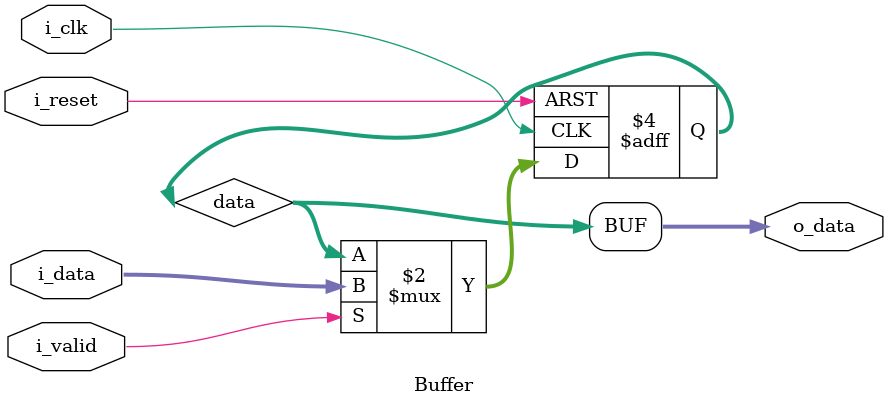
<source format=v>
module Buffer (
    input          i_clk,
    input          i_reset,
    input          i_valid,
    input  [255:0] i_data,
    output [255:0] o_data
);
reg [255:0] data;

assign o_data = data;

always @(posedge i_clk or posedge i_reset) begin
    if(i_reset) data <= 0;
    else if(i_valid) data <= i_data;
end

endmodule
</source>
